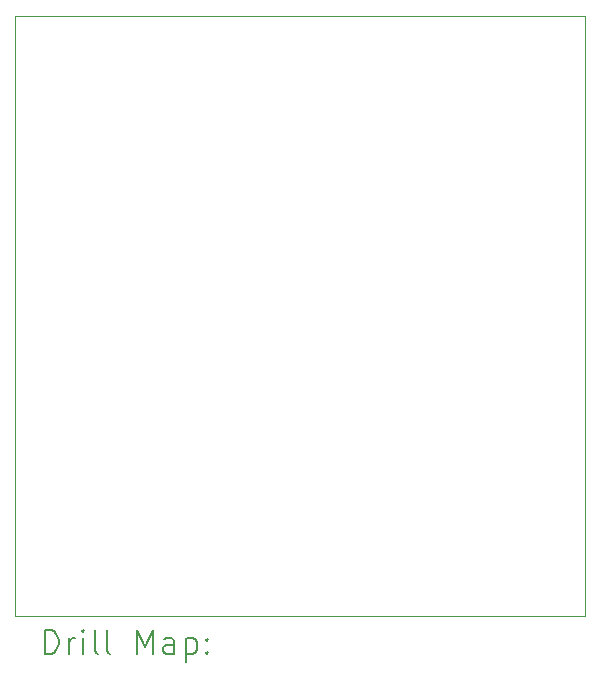
<source format=gbr>
%TF.GenerationSoftware,KiCad,Pcbnew,7.0.7*%
%TF.CreationDate,2023-08-28T09:16:44+02:00*%
%TF.ProjectId,l293d-motor-controller,6c323933-642d-46d6-9f74-6f722d636f6e,rev?*%
%TF.SameCoordinates,Original*%
%TF.FileFunction,Drillmap*%
%TF.FilePolarity,Positive*%
%FSLAX45Y45*%
G04 Gerber Fmt 4.5, Leading zero omitted, Abs format (unit mm)*
G04 Created by KiCad (PCBNEW 7.0.7) date 2023-08-28 09:16:44*
%MOMM*%
%LPD*%
G01*
G04 APERTURE LIST*
%ADD10C,0.100000*%
%ADD11C,0.200000*%
G04 APERTURE END LIST*
D10*
X9144000Y-14732000D02*
X9144000Y-9652000D01*
X13970000Y-14732000D02*
X9144000Y-14732000D01*
X13970000Y-9652000D02*
X13970000Y-14732000D01*
X9144000Y-9652000D02*
X13970000Y-9652000D01*
D11*
X9399777Y-15048484D02*
X9399777Y-14848484D01*
X9399777Y-14848484D02*
X9447396Y-14848484D01*
X9447396Y-14848484D02*
X9475967Y-14858008D01*
X9475967Y-14858008D02*
X9495015Y-14877055D01*
X9495015Y-14877055D02*
X9504539Y-14896103D01*
X9504539Y-14896103D02*
X9514063Y-14934198D01*
X9514063Y-14934198D02*
X9514063Y-14962769D01*
X9514063Y-14962769D02*
X9504539Y-15000865D01*
X9504539Y-15000865D02*
X9495015Y-15019912D01*
X9495015Y-15019912D02*
X9475967Y-15038960D01*
X9475967Y-15038960D02*
X9447396Y-15048484D01*
X9447396Y-15048484D02*
X9399777Y-15048484D01*
X9599777Y-15048484D02*
X9599777Y-14915150D01*
X9599777Y-14953246D02*
X9609301Y-14934198D01*
X9609301Y-14934198D02*
X9618824Y-14924674D01*
X9618824Y-14924674D02*
X9637872Y-14915150D01*
X9637872Y-14915150D02*
X9656920Y-14915150D01*
X9723586Y-15048484D02*
X9723586Y-14915150D01*
X9723586Y-14848484D02*
X9714063Y-14858008D01*
X9714063Y-14858008D02*
X9723586Y-14867531D01*
X9723586Y-14867531D02*
X9733110Y-14858008D01*
X9733110Y-14858008D02*
X9723586Y-14848484D01*
X9723586Y-14848484D02*
X9723586Y-14867531D01*
X9847396Y-15048484D02*
X9828348Y-15038960D01*
X9828348Y-15038960D02*
X9818824Y-15019912D01*
X9818824Y-15019912D02*
X9818824Y-14848484D01*
X9952158Y-15048484D02*
X9933110Y-15038960D01*
X9933110Y-15038960D02*
X9923586Y-15019912D01*
X9923586Y-15019912D02*
X9923586Y-14848484D01*
X10180729Y-15048484D02*
X10180729Y-14848484D01*
X10180729Y-14848484D02*
X10247396Y-14991341D01*
X10247396Y-14991341D02*
X10314063Y-14848484D01*
X10314063Y-14848484D02*
X10314063Y-15048484D01*
X10495015Y-15048484D02*
X10495015Y-14943722D01*
X10495015Y-14943722D02*
X10485491Y-14924674D01*
X10485491Y-14924674D02*
X10466444Y-14915150D01*
X10466444Y-14915150D02*
X10428348Y-14915150D01*
X10428348Y-14915150D02*
X10409301Y-14924674D01*
X10495015Y-15038960D02*
X10475967Y-15048484D01*
X10475967Y-15048484D02*
X10428348Y-15048484D01*
X10428348Y-15048484D02*
X10409301Y-15038960D01*
X10409301Y-15038960D02*
X10399777Y-15019912D01*
X10399777Y-15019912D02*
X10399777Y-15000865D01*
X10399777Y-15000865D02*
X10409301Y-14981817D01*
X10409301Y-14981817D02*
X10428348Y-14972293D01*
X10428348Y-14972293D02*
X10475967Y-14972293D01*
X10475967Y-14972293D02*
X10495015Y-14962769D01*
X10590253Y-14915150D02*
X10590253Y-15115150D01*
X10590253Y-14924674D02*
X10609301Y-14915150D01*
X10609301Y-14915150D02*
X10647396Y-14915150D01*
X10647396Y-14915150D02*
X10666444Y-14924674D01*
X10666444Y-14924674D02*
X10675967Y-14934198D01*
X10675967Y-14934198D02*
X10685491Y-14953246D01*
X10685491Y-14953246D02*
X10685491Y-15010388D01*
X10685491Y-15010388D02*
X10675967Y-15029436D01*
X10675967Y-15029436D02*
X10666444Y-15038960D01*
X10666444Y-15038960D02*
X10647396Y-15048484D01*
X10647396Y-15048484D02*
X10609301Y-15048484D01*
X10609301Y-15048484D02*
X10590253Y-15038960D01*
X10771205Y-15029436D02*
X10780729Y-15038960D01*
X10780729Y-15038960D02*
X10771205Y-15048484D01*
X10771205Y-15048484D02*
X10761682Y-15038960D01*
X10761682Y-15038960D02*
X10771205Y-15029436D01*
X10771205Y-15029436D02*
X10771205Y-15048484D01*
X10771205Y-14924674D02*
X10780729Y-14934198D01*
X10780729Y-14934198D02*
X10771205Y-14943722D01*
X10771205Y-14943722D02*
X10761682Y-14934198D01*
X10761682Y-14934198D02*
X10771205Y-14924674D01*
X10771205Y-14924674D02*
X10771205Y-14943722D01*
M02*

</source>
